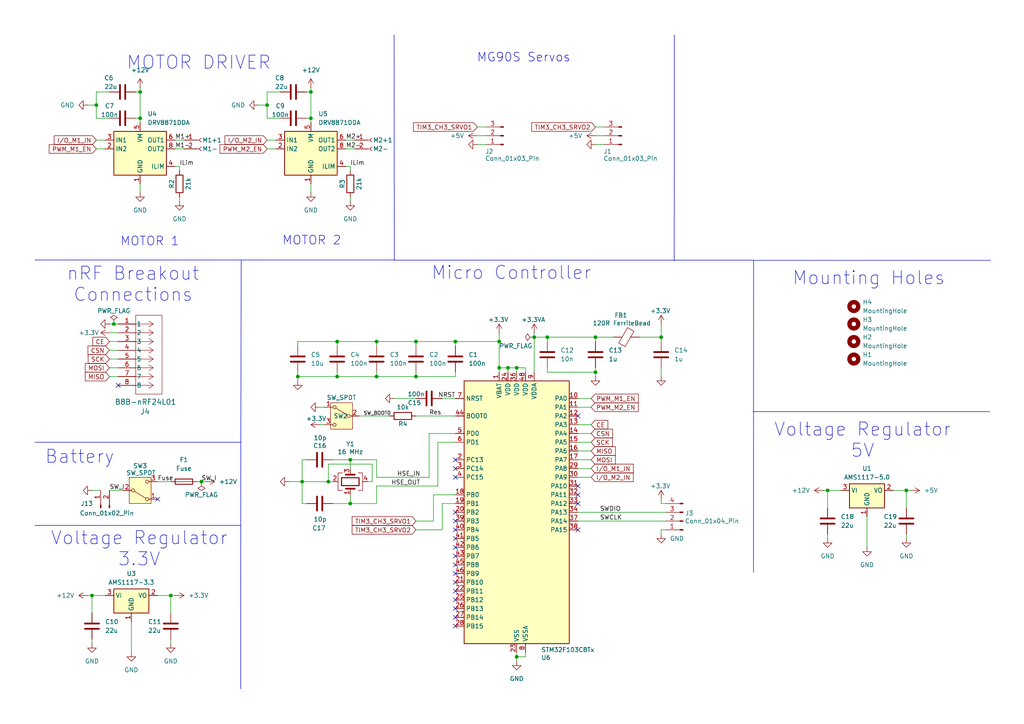
<source format=kicad_sch>
(kicad_sch (version 20250114) (generator "eeschema") (generator_version "9.0")
  (paper "A4")
  (title_block (title "STM Basic Main Controller PCB") (date "2025-08-14") (rev "0") (company "Braiden Anderson [RoboWrestling]"))
  (lib_symbols
    (symbol "+12V_1" (power) (pin_numbers (hide yes)) (pin_names (offset 0) (hide yes))
      (property "Value" "+12V" (at 0 3.556 0))
      (symbol "+12V_1_1_1"
        (pin power_in line (at 0 0 90) (length 0) (name "~") (number "1"))
      )
    )
    (symbol "B8B-PHDSS:B8B-PHDSSLFSN" (pin_names (offset 0.254))
      (property "Reference" "J" (at 8.89 6.35 0))
      (property "Value" "B8B-PHDSSLFSN" (at 0 0 0))
      (symbol "B8B-PHDSSLFSN_1_1"
        (pin unspecified line (at 0 0 0) (length 5.08) (name "1") (number "1"))
        (pin unspecified line (at 0 -2.54 0) (length 5.08) (name "2") (number "2"))
        (pin unspecified line (at 0 -5.08 0) (length 5.08) (name "3") (number "3"))
        (pin unspecified line (at 0 -7.62 0) (length 5.08) (name "4") (number "4"))
        (pin unspecified line (at 0 -10.16 0) (length 5.08) (name "5") (number "5"))
        (pin unspecified line (at 0 -12.7 0) (length 5.08) (name "6") (number "6"))
        (pin unspecified line (at 0 -15.24 0) (length 5.08) (name "7") (number "7"))
        (pin unspecified line (at 0 -17.78 0) (length 5.08) (name "8") (number "8"))
      )
      (symbol "B8B-PHDSSLFSN_1_2"
        (pin unspecified line (at 0 0 0) (length 5.08) (name "1") (number "1"))
        (pin unspecified line (at 0 -2.54 0) (length 5.08) (name "2") (number "2"))
        (pin unspecified line (at 0 -5.08 0) (length 5.08) (name "3") (number "3"))
        (pin unspecified line (at 0 -7.62 0) (length 5.08) (name "4") (number "4"))
        (pin unspecified line (at 0 -10.16 0) (length 5.08) (name "5") (number "5"))
        (pin unspecified line (at 0 -12.7 0) (length 5.08) (name "6") (number "6"))
        (pin unspecified line (at 0 -15.24 0) (length 5.08) (name "7") (number "7"))
        (pin unspecified line (at 0 -17.78 0) (length 5.08) (name "8") (number "8"))
      )
    )
    (symbol "Connector:Conn_01x02_Pin" (pin_names (offset 1.016) (hide yes))
      (property "Reference" "J" (at 0 2.54 0))
      (property "Value" "Conn_01x02_Pin" (at 0 -5.08 0))
      (symbol "Conn_01x02_Pin_1_1"
        (pin passive line (at 5.08 0 180) (length 3.81) (name "Pin_1") (number "1"))
        (pin passive line (at 5.08 -2.54 180) (length 3.81) (name "Pin_2") (number "2"))
      )
    )
    (symbol "Connector:Conn_01x02_Socket" (pin_names (offset 1.016) (hide yes))
      (property "Reference" "J" (at 0 2.54 0))
      (property "Value" "Conn_01x02_Socket" (at 0 -5.08 0))
      (symbol "Conn_01x02_Socket_1_1"
        (pin passive line (at -5.08 0 0) (length 3.81) (name "Pin_1") (number "1"))
        (pin passive line (at -5.08 -2.54 0) (length 3.81) (name "Pin_2") (number "2"))
      )
    )
    (symbol "Connector:Conn_01x03_Pin" (pin_names (offset 1.016) (hide yes))
      (property "Reference" "J" (at 0 5.08 0))
      (property "Value" "Conn_01x03_Pin" (at 0 -5.08 0))
      (symbol "Conn_01x03_Pin_1_1"
        (pin passive line (at 5.08 2.54 180) (length 3.81) (name "Pin_1") (number "1"))
        (pin passive line (at 5.08 0 180) (length 3.81) (name "Pin_2") (number "2"))
        (pin passive line (at 5.08 -2.54 180) (length 3.81) (name "Pin_3") (number "3"))
      )
    )
    (symbol "Connector:Conn_01x04_Pin" (pin_names (offset 1.016) (hide yes))
      (property "Reference" "J" (at 0 5.08 0))
      (property "Value" "Conn_01x04_Pin" (at 0 -7.62 0))
      (symbol "Conn_01x04_Pin_1_1"
        (pin passive line (at 5.08 2.54 180) (length 3.81) (name "Pin_1") (number "1"))
        (pin passive line (at 5.08 0 180) (length 3.81) (name "Pin_2") (number "2"))
        (pin passive line (at 5.08 -2.54 180) (length 3.81) (name "Pin_3") (number "3"))
        (pin passive line (at 5.08 -5.08 180) (length 3.81) (name "Pin_4") (number "4"))
      )
    )
    (symbol "Device:C" (pin_numbers (hide yes)) (pin_names (offset 0.254))
      (property "Reference" "C" (at 0.635 2.54 0))
      (property "Value" "C" (at 0.635 -2.54 0))
      (symbol "C_1_1"
        (pin passive line (at 0 3.81 270) (length 2.794) (name "~") (number "1"))
        (pin passive line (at 0 -3.81 90) (length 2.794) (name "~") (number "2"))
      )
    )
    (symbol "Device:Crystal_GND24" (pin_names (offset 1.016) (hide yes))
      (property "Reference" "Y" (at 3.175 5.08 0))
      (property "Value" "Crystal_GND24" (at 3.175 3.175 0))
      (symbol "Crystal_GND24_1_1"
        (pin passive line (at -3.81 0 0) (length 1.27) (name "1") (number "1"))
        (pin passive line (at 0 5.08 270) (length 1.27) (name "2") (number "2"))
        (pin passive line (at 0 -5.08 90) (length 1.27) (name "4") (number "4"))
        (pin passive line (at 3.81 0 180) (length 1.27) (name "3") (number "3"))
      )
    )
    (symbol "Device:FerriteBead" (pin_numbers (hide yes)) (pin_names (offset 0))
      (property "Reference" "FB" (at -3.81 0.635 90))
      (property "Value" "FerriteBead" (at 3.81 0 90))
      (symbol "FerriteBead_1_1"
        (pin passive line (at 0 3.81 270) (length 2.54) (name "~") (number "1"))
        (pin passive line (at 0 -3.81 90) (length 2.54) (name "~") (number "2"))
      )
    )
    (symbol "Device:Fuse" (pin_numbers (hide yes)) (pin_names (offset 0))
      (property "Reference" "F" (at 2.032 0 90))
      (property "Value" "Fuse" (at -1.905 0 90))
      (symbol "Fuse_1_1"
        (pin passive line (at 0 3.81 270) (length 1.27) (name "~") (number "1"))
        (pin passive line (at 0 -3.81 90) (length 1.27) (name "~") (number "2"))
      )
    )
    (symbol "Device:R" (pin_numbers (hide yes)) (pin_names (offset 0))
      (property "Reference" "R" (at 2.032 0 90))
      (property "Value" "R" (at 0 0 90))
      (symbol "R_1_1"
        (pin passive line (at 0 3.81 270) (length 1.27) (name "~") (number "1"))
        (pin passive line (at 0 -3.81 90) (length 1.27) (name "~") (number "2"))
      )
    )
    (symbol "Driver_Motor:DRV8871DDA"
      (property "Reference" "U" (at -6.35 6.35 0))
      (property "Value" "DRV8871DDA" (at 8.89 6.35 0))
      (symbol "DRV8871DDA_1_1"
        (pin input line (at -10.16 2.54 0) (length 2.54) (name "IN1") (number "3"))
        (pin input line (at -10.16 0 0) (length 2.54) (name "IN2") (number "2"))
        (pin power_in line (at 0 7.62 270) (length 2.54) (name "VM") (number "5"))
        (pin power_in line (at 0 -10.16 90) (length 2.54) (name "GND") (number "1"))
        (pin passive line (at 0 -10.16 90) (length 2.54) (hide yes) (name "GND") (number "7"))
        (pin passive line (at 0 -10.16 90) (length 2.54) (hide yes) (name "GND") (number "9"))
        (pin output line (at 10.16 2.54 180) (length 2.54) (name "OUT1") (number "6"))
        (pin output line (at 10.16 0 180) (length 2.54) (name "OUT2") (number "8"))
        (pin passive line (at 10.16 -5.08 180) (length 2.54) (name "ILIM") (number "4"))
      )
    )
    (symbol "MCU_ST_STM32F1:STM32F103C8Tx"
      (property "Reference" "U" (at -15.24 39.37 0))
      (property "Value" "STM32F103C8Tx" (at 7.62 39.37 0))
      (symbol "STM32F103C8Tx_1_1"
        (pin input line (at -17.78 33.02 0) (length 2.54) (name "NRST") (number "7"))
        (pin input line (at -17.78 27.94 0) (length 2.54) (name "BOOT0") (number "44"))
        (pin bidirectional line (at -17.78 22.86 0) (length 2.54) (name "PD0") (number "5"))
        (pin bidirectional line (at -17.78 20.32 0) (length 2.54) (name "PD1") (number "6"))
        (pin bidirectional line (at -17.78 15.24 0) (length 2.54) (name "PC13") (number "2"))
        (pin bidirectional line (at -17.78 12.7 0) (length 2.54) (name "PC14") (number "3"))
        (pin bidirectional line (at -17.78 10.16 0) (length 2.54) (name "PC15") (number "4"))
        (pin bidirectional line (at -17.78 5.08 0) (length 2.54) (name "PB0") (number "18"))
        (pin bidirectional line (at -17.78 2.54 0) (length 2.54) (name "PB1") (number "19"))
        (pin bidirectional line (at -17.78 0 0) (length 2.54) (name "PB2") (number "20"))
        (pin bidirectional line (at -17.78 -2.54 0) (length 2.54) (name "PB3") (number "39"))
        (pin bidirectional line (at -17.78 -5.08 0) (length 2.54) (name "PB4") (number "40"))
        (pin bidirectional line (at -17.78 -7.62 0) (length 2.54) (name "PB5") (number "41"))
        (pin bidirectional line (at -17.78 -10.16 0) (length 2.54) (name "PB6") (number "42"))
        (pin bidirectional line (at -17.78 -12.7 0) (length 2.54) (name "PB7") (number "43"))
        (pin bidirectional line (at -17.78 -15.24 0) (length 2.54) (name "PB8") (number "45"))
        (pin bidirectional line (at -17.78 -17.78 0) (length 2.54) (name "PB9") (number "46"))
        (pin bidirectional line (at -17.78 -20.32 0) (length 2.54) (name "PB10") (number "21"))
        (pin bidirectional line (at -17.78 -22.86 0) (length 2.54) (name "PB11") (number "22"))
        (pin bidirectional line (at -17.78 -25.4 0) (length 2.54) (name "PB12") (number "25"))
        (pin bidirectional line (at -17.78 -27.94 0) (length 2.54) (name "PB13") (number "26"))
        (pin bidirectional line (at -17.78 -30.48 0) (length 2.54) (name "PB14") (number "27"))
        (pin bidirectional line (at -17.78 -33.02 0) (length 2.54) (name "PB15") (number "28"))
        (pin power_in line (at -5.08 40.64 270) (length 2.54) (name "VBAT") (number "1"))
        (pin power_in line (at -2.54 40.64 270) (length 2.54) (name "VDD") (number "24"))
        (pin power_in line (at 0 40.64 270) (length 2.54) (name "VDD") (number "36"))
        (pin power_in line (at 0 -40.64 90) (length 2.54) (name "VSS") (number "23"))
        (pin passive line (at 0 -40.64 90) (length 2.54) (hide yes) (name "VSS") (number "35"))
        (pin passive line (at 0 -40.64 90) (length 2.54) (hide yes) (name "VSS") (number "47"))
        (pin power_in line (at 2.54 40.64 270) (length 2.54) (name "VDD") (number "48"))
        (pin power_in line (at 2.54 -40.64 90) (length 2.54) (name "VSSA") (number "8"))
        (pin power_in line (at 5.08 40.64 270) (length 2.54) (name "VDDA") (number "9"))
        (pin bidirectional line (at 17.78 33.02 180) (length 2.54) (name "PA0") (number "10"))
        (pin bidirectional line (at 17.78 30.48 180) (length 2.54) (name "PA1") (number "11"))
        (pin bidirectional line (at 17.78 27.94 180) (length 2.54) (name "PA2") (number "12"))
        (pin bidirectional line (at 17.78 25.4 180) (length 2.54) (name "PA3") (number "13"))
        (pin bidirectional line (at 17.78 22.86 180) (length 2.54) (name "PA4") (number "14"))
        (pin bidirectional line (at 17.78 20.32 180) (length 2.54) (name "PA5") (number "15"))
        (pin bidirectional line (at 17.78 17.78 180) (length 2.54) (name "PA6") (number "16"))
        (pin bidirectional line (at 17.78 15.24 180) (length 2.54) (name "PA7") (number "17"))
        (pin bidirectional line (at 17.78 12.7 180) (length 2.54) (name "PA8") (number "29"))
        (pin bidirectional line (at 17.78 10.16 180) (length 2.54) (name "PA9") (number "30"))
        (pin bidirectional line (at 17.78 7.62 180) (length 2.54) (name "PA10") (number "31"))
        (pin bidirectional line (at 17.78 5.08 180) (length 2.54) (name "PA11") (number "32"))
        (pin bidirectional line (at 17.78 2.54 180) (length 2.54) (name "PA12") (number "33"))
        (pin bidirectional line (at 17.78 0 180) (length 2.54) (name "PA13") (number "34"))
        (pin bidirectional line (at 17.78 -2.54 180) (length 2.54) (name "PA14") (number "37"))
        (pin bidirectional line (at 17.78 -5.08 180) (length 2.54) (name "PA15") (number "38"))
      )
    )
    (symbol "Mechanical:MountingHole" (pin_names (offset 1.016)) (in_bom no)
      (property "Reference" "H" (at 0 5.08 0))
      (property "Value" "MountingHole" (at 0 3.175 0))
    )
    (symbol "Regulator_Linear:AMS1117-3.3"
      (property "Reference" "U" (at -3.81 3.175 0))
      (property "Value" "AMS1117-3.3" (at 0 3.175 0))
      (symbol "AMS1117-3.3_1_1"
        (pin power_in line (at -7.62 0 0) (length 2.54) (name "VI") (number "3"))
        (pin power_in line (at 0 -7.62 90) (length 2.54) (name "GND") (number "1"))
        (pin power_out line (at 7.62 0 180) (length 2.54) (name "VO") (number "2"))
      )
    )
    (symbol "Regulator_Linear:AMS1117-5.0"
      (property "Reference" "U" (at -3.81 3.175 0))
      (property "Value" "AMS1117-5.0" (at 0 3.175 0))
      (symbol "AMS1117-5.0_1_1"
        (pin power_in line (at -7.62 0 0) (length 2.54) (name "VI") (number "3"))
        (pin power_in line (at 0 -7.62 90) (length 2.54) (name "GND") (number "1"))
        (pin power_out line (at 7.62 0 180) (length 2.54) (name "VO") (number "2"))
      )
    )
    (symbol "Switch:SW_SPDT" (pin_names (offset 0) (hide yes))
      (property "Reference" "SW" (at 0 5.08 0))
      (property "Value" "SW_SPDT" (at 0 -5.08 0))
      (symbol "SW_SPDT_1_1"
        (pin passive line (at -5.08 0 0) (length 2.54) (name "B") (number "2"))
        (pin passive line (at 5.08 2.54 180) (length 2.54) (name "A") (number "1"))
        (pin passive line (at 5.08 -2.54 180) (length 2.54) (name "C") (number "3"))
      )
    )
    (symbol "power:+3.3V" (power) (pin_numbers (hide yes)) (pin_names (offset 0) (hide yes))
      (property "Value" "+3.3V" (at 0 3.556 0))
      (symbol "+3.3V_1_1"
        (pin power_in line (at 0 0 90) (length 0) (name "~") (number "1"))
      )
    )
    (symbol "power:+3V3" (power) (pin_numbers (hide yes)) (pin_names (offset 0) (hide yes))
      (property "Value" "+3V3" (at 0 3.556 0))
      (symbol "+3V3_1_1"
        (pin power_in line (at 0 0 90) (length 0) (name "~") (number "1"))
      )
    )
    (symbol "power:GND" (power) (pin_numbers (hide yes)) (pin_names (offset 0) (hide yes))
      (property "Value" "GND" (at 0 -3.81 0))
      (symbol "GND_1_1"
        (pin power_in line (at 0 0 270) (length 0) (name "~") (number "1"))
      )
    )
    (symbol "power:PWR_FLAG" (power) (pin_numbers (hide yes)) (pin_names (offset 0) (hide yes))
      (property "Value" "PWR_FLAG" (at 0 3.81 0))
      (symbol "PWR_FLAG_0_0"
        (pin power_out line (at 0 0 90) (length 0) (name "~") (number "1"))
      )
    )
  )
  (text "MOTOR 1" (at 43.434 70.104 0) (effects (font (size 2.54 2.54))))
  (text "Battery" (at 23.114 132.588 0) (effects (font (size 3.81 3.81))))
  (text "Micro Controller" (at 148.336 79.248 0) (effects (font (size 3.81 3.81))))
  (text "Voltage Regulator\n3.3V" (at 40.386 159.258 0) (effects (font (size 3.81 3.81))))
  (text "MOTOR 2" (at 90.424 69.85 0) (effects (font (size 2.54 2.54))))
  (text "nRF Breakout\nConnections" (at 38.608 82.55 0) (effects (font (size 3.81 3.81))))
  (text "Mounting Holes" (at 251.968 80.772 0) (effects (font (size 3.81 3.81))))
  (text "Voltage Regulator\n5V" (at 250.19 127.762 0) (effects (font (size 3.81 3.81))))
  (text "MOTOR DRIVER" (at 57.658 18.288 0) (effects (font (size 3.81 3.81))))
  (text "MG90S Servos" (at 151.892 16.764 0) (effects (font (size 2.54 2.54))))
  (junction (at 154.94 97.79))
  (junction (at 90.17 26.67))
  (junction (at 49.53 172.72))
  (junction (at 158.75 97.79))
  (junction (at 101.6 146.05))
  (junction (at 40.64 26.67))
  (junction (at 87.63 139.7))
  (junction (at 101.6 133.35))
  (junction (at 90.17 34.29))
  (junction (at 120.65 109.22))
  (junction (at 109.22 109.22))
  (junction (at 33.02 93.98))
  (junction (at 172.72 97.79))
  (junction (at 97.79 109.22))
  (junction (at 109.22 99.06))
  (junction (at 144.78 99.06))
  (junction (at 120.65 99.06))
  (junction (at 77.47 30.48))
  (junction (at 149.86 106.68))
  (junction (at 149.86 190.5))
  (junction (at 27.94 30.48))
  (junction (at 86.36 109.22))
  (junction (at 240.03 142.24))
  (junction (at 147.32 106.68))
  (junction (at 95.25 139.7))
  (junction (at 191.77 97.79))
  (junction (at 26.67 172.72))
  (junction (at 97.79 99.06))
  (junction (at 262.89 142.24))
  (junction (at 144.78 106.68))
  (junction (at 58.42 139.7))
  (junction (at 172.72 107.95))
  (junction (at 132.08 99.06))
  (junction (at 40.64 34.29))
  (no_connect (at 132.08 181.61))
  (no_connect (at 132.08 148.59))
  (no_connect (at 132.08 133.35))
  (no_connect (at 132.08 163.83))
  (no_connect (at 132.08 153.67))
  (no_connect (at 132.08 156.21))
  (no_connect (at 167.64 140.97))
  (no_connect (at 132.08 166.37))
  (no_connect (at 132.08 151.13))
  (no_connect (at 167.64 153.67))
  (no_connect (at 132.08 173.99))
  (no_connect (at 45.72 144.78))
  (no_connect (at 34.29 111.76))
  (no_connect (at 132.08 158.75))
  (no_connect (at 132.08 135.89))
  (no_connect (at 167.64 143.51))
  (no_connect (at 167.64 120.65))
  (no_connect (at 132.08 179.07))
  (no_connect (at 132.08 161.29))
  (no_connect (at 132.08 176.53))
  (no_connect (at 132.08 138.43))
  (no_connect (at 132.08 171.45))
  (no_connect (at 167.64 146.05))
  (no_connect (at 132.08 168.91))
  (wire (pts (xy 97.79 109.22) (xy 86.36 109.22)))
  (wire (pts (xy 38.1 180.34) (xy 38.1 189.23)))
  (wire (pts (xy 109.22 109.22) (xy 97.79 109.22)))
  (wire (pts (xy 172.72 36.83) (xy 175.26 36.83)))
  (wire (pts (xy 185.42 97.79) (xy 191.77 97.79)))
  (wire (pts (xy 172.72 107.95) (xy 172.72 106.68)))
  (wire (pts (xy 167.64 135.89) (xy 171.45 135.89)))
  (wire (pts (xy 87.63 133.35) (xy 88.9 133.35)))
  (wire (pts (xy 144.78 106.68) (xy 147.32 106.68)))
  (wire (pts (xy 172.72 39.37) (xy 175.26 39.37)))
  (wire (pts (xy 125.73 151.13) (xy 120.65 151.13)))
  (wire (pts (xy 97.79 99.06) (xy 109.22 99.06)))
  (wire (pts (xy 120.65 99.06) (xy 132.08 99.06)))
  (wire (pts (xy 128.27 153.67) (xy 128.27 146.05)))
  (wire (pts (xy 240.03 142.24) (xy 240.03 147.32)))
  (wire (pts (xy 128.27 115.57) (xy 132.08 115.57)))
  (wire (pts (xy 31.75 109.22) (xy 34.29 109.22)))
  (wire (pts (xy 167.64 133.35) (xy 171.45 133.35)))
  (wire (pts (xy 191.77 97.79) (xy 191.77 99.06)))
  (wire (pts (xy 59.69 139.7) (xy 58.42 139.7)))
  (wire (pts (xy 26.67 172.72) (xy 30.48 172.72)))
  (wire (pts (xy 101.6 143.51) (xy 101.6 146.05)))
  (wire (pts (xy 49.53 172.72) (xy 49.53 177.8)))
  (wire (pts (xy 167.64 130.81) (xy 171.45 130.81)))
  (wire (pts (xy 109.22 133.35) (xy 101.6 133.35)))
  (wire (pts (xy 101.6 48.26) (xy 101.6 49.53)))
  (wire (pts (xy 147.32 106.68) (xy 149.86 106.68)))
  (wire (pts (xy 132.08 107.95) (xy 132.08 109.22)))
  (wire (pts (xy 132.08 120.65) (xy 120.65 120.65)))
  (polyline (pts (xy 114.3538 75.4577) (xy 218.5564 75.4577)))
  (wire (pts (xy 25.4 30.48) (xy 27.94 30.48)))
  (wire (pts (xy 33.02 93.98) (xy 34.29 93.98)))
  (wire (pts (xy 132.08 99.06) (xy 132.08 100.33)))
  (wire (pts (xy 113.03 120.65) (xy 104.14 120.65)))
  (wire (pts (xy 102.87 43.18) (xy 100.33 43.18)))
  (wire (pts (xy 149.86 106.68) (xy 152.4 106.68)))
  (wire (pts (xy 109.22 140.97) (xy 127 140.97)))
  (wire (pts (xy 50.8 48.26) (xy 52.07 48.26)))
  (wire (pts (xy 40.64 53.34) (xy 40.64 55.88)))
  (wire (pts (xy 191.77 93.98) (xy 191.77 97.79)))
  (wire (pts (xy 144.78 96.52) (xy 144.78 99.06)))
  (wire (pts (xy 49.53 139.7) (xy 45.72 139.7)))
  (wire (pts (xy 88.9 34.29) (xy 90.17 34.29)))
  (wire (pts (xy 50.8 172.72) (xy 49.53 172.72)))
  (wire (pts (xy 31.75 93.98) (xy 33.02 93.98)))
  (wire (pts (xy 147.32 106.68) (xy 147.32 107.95)))
  (wire (pts (xy 35.56 142.24) (xy 31.75 142.24)))
  (wire (pts (xy 172.72 107.95) (xy 172.72 109.22)))
  (wire (pts (xy 95.25 134.62) (xy 95.25 139.7)))
  (wire (pts (xy 107.95 139.7) (xy 106.68 139.7)))
  (wire (pts (xy 193.04 153.67) (xy 191.77 153.67)))
  (wire (pts (xy 158.75 107.95) (xy 172.72 107.95)))
  (wire (pts (xy 26.67 186.69) (xy 26.67 185.42)))
  (wire (pts (xy 40.64 34.29) (xy 40.64 35.56)))
  (wire (pts (xy 167.64 138.43) (xy 171.45 138.43)))
  (wire (pts (xy 191.77 106.68) (xy 191.77 109.22)))
  (wire (pts (xy 45.72 172.72) (xy 49.53 172.72)))
  (wire (pts (xy 172.72 97.79) (xy 177.8 97.79)))
  (wire (pts (xy 101.6 57.15) (xy 101.6 58.42)))
  (wire (pts (xy 52.07 48.26) (xy 52.07 49.53)))
  (wire (pts (xy 191.77 146.05) (xy 191.77 144.78)))
  (wire (pts (xy 152.4 190.5) (xy 149.86 190.5)))
  (wire (pts (xy 77.47 26.67) (xy 81.28 26.67)))
  (wire (pts (xy 109.22 99.06) (xy 120.65 99.06)))
  (wire (pts (xy 107.95 134.62) (xy 95.25 134.62)))
  (wire (pts (xy 96.52 146.05) (xy 101.6 146.05)))
  (wire (pts (xy 167.64 151.13) (xy 193.04 151.13)))
  (wire (pts (xy 191.77 153.67) (xy 191.77 154.94)))
  (wire (pts (xy 27.94 40.64) (xy 30.48 40.64)))
  (wire (pts (xy 125.73 143.51) (xy 125.73 151.13)))
  (wire (pts (xy 172.72 41.91) (xy 175.26 41.91)))
  (wire (pts (xy 88.9 26.67) (xy 90.17 26.67)))
  (wire (pts (xy 26.67 172.72) (xy 26.67 177.8)))
  (wire (pts (xy 152.4 106.68) (xy 152.4 107.95)))
  (polyline (pts (xy 218.7261 75.5117) (xy 287.3061 75.5117)))
  (wire (pts (xy 92.71 123.19) (xy 93.98 123.19)))
  (wire (pts (xy 128.27 146.05) (xy 132.08 146.05)))
  (wire (pts (xy 120.65 109.22) (xy 109.22 109.22)))
  (wire (pts (xy 132.08 125.73) (xy 124.46 125.73)))
  (wire (pts (xy 31.75 106.68) (xy 34.29 106.68)))
  (wire (pts (xy 138.43 36.83) (xy 140.97 36.83)))
  (wire (pts (xy 92.71 118.11) (xy 93.98 118.11)))
  (wire (pts (xy 172.72 97.79) (xy 158.75 97.79)))
  (wire (pts (xy 154.94 97.79) (xy 154.94 107.95)))
  (wire (pts (xy 120.65 153.67) (xy 128.27 153.67)))
  (wire (pts (xy 40.64 26.67) (xy 40.64 34.29)))
  (wire (pts (xy 172.72 99.06) (xy 172.72 97.79)))
  (wire (pts (xy 90.17 26.67) (xy 90.17 34.29)))
  (wire (pts (xy 39.37 34.29) (xy 40.64 34.29)))
  (wire (pts (xy 27.94 30.48) (xy 27.94 34.29)))
  (wire (pts (xy 158.75 106.68) (xy 158.75 107.95)))
  (wire (pts (xy 193.04 146.05) (xy 191.77 146.05)))
  (wire (pts (xy 26.67 142.24) (xy 29.21 142.24)))
  (wire (pts (xy 109.22 107.95) (xy 109.22 109.22)))
  (wire (pts (xy 96.52 133.35) (xy 101.6 133.35)))
  (wire (pts (xy 86.36 107.95) (xy 86.36 109.22)))
  (wire (pts (xy 86.36 100.33) (xy 86.36 99.06)))
  (wire (pts (xy 149.86 189.23) (xy 149.86 190.5)))
  (wire (pts (xy 262.89 142.24) (xy 262.89 147.32)))
  (wire (pts (xy 109.22 138.43) (xy 124.46 138.43)))
  (wire (pts (xy 97.79 107.95) (xy 97.79 109.22)))
  (wire (pts (xy 138.43 41.91) (xy 140.97 41.91)))
  (wire (pts (xy 87.63 146.05) (xy 88.9 146.05)))
  (wire (pts (xy 77.47 30.48) (xy 77.47 34.29)))
  (wire (pts (xy 262.89 156.21) (xy 262.89 154.94)))
  (wire (pts (xy 167.64 148.59) (xy 193.04 148.59)))
  (wire (pts (xy 52.07 57.15) (xy 52.07 58.42)))
  (wire (pts (xy 144.78 106.68) (xy 144.78 107.95)))
  (wire (pts (xy 87.63 139.7) (xy 95.25 139.7)))
  (wire (pts (xy 27.94 43.18) (xy 30.48 43.18)))
  (wire (pts (xy 158.75 97.79) (xy 158.75 99.06)))
  (wire (pts (xy 77.47 43.18) (xy 80.01 43.18)))
  (wire (pts (xy 149.86 190.5) (xy 149.86 191.77)))
  (wire (pts (xy 27.94 34.29) (xy 31.75 34.29)))
  (wire (pts (xy 25.4 172.72) (xy 26.67 172.72)))
  (wire (pts (xy 77.47 26.67) (xy 77.47 30.48)))
  (wire (pts (xy 53.34 43.18) (xy 50.8 43.18)))
  (wire (pts (xy 132.08 109.22) (xy 120.65 109.22)))
  (wire (pts (xy 107.95 139.7) (xy 107.95 134.62)))
  (wire (pts (xy 90.17 53.34) (xy 90.17 55.88)))
  (wire (pts (xy 120.65 107.95) (xy 120.65 109.22)))
  (wire (pts (xy 49.53 186.69) (xy 49.53 185.42)))
  (wire (pts (xy 132.08 143.51) (xy 125.73 143.51)))
  (wire (pts (xy 120.65 99.06) (xy 120.65 100.33)))
  (wire (pts (xy 86.36 109.22) (xy 86.36 110.49)))
  (wire (pts (xy 109.22 99.06) (xy 109.22 100.33)))
  (wire (pts (xy 77.47 40.64) (xy 80.01 40.64)))
  (wire (pts (xy 240.03 156.21) (xy 240.03 154.94)))
  (polyline (pts (xy 69.85 128.27) (xy 69.9545 75.5996)))
  (wire (pts (xy 152.4 189.23) (xy 152.4 190.5)))
  (wire (pts (xy 27.94 26.67) (xy 31.75 26.67)))
  (wire (pts (xy 39.37 26.67) (xy 40.64 26.67)))
  (wire (pts (xy 154.94 96.52) (xy 154.94 97.79)))
  (wire (pts (xy 240.03 142.24) (xy 243.84 142.24)))
  (wire (pts (xy 109.22 146.05) (xy 109.22 140.97)))
  (wire (pts (xy 90.17 25.4) (xy 90.17 26.67)))
  (wire (pts (xy 127 140.97) (xy 127 128.27)))
  (polyline (pts (xy 69.814 199.7826) (xy 69.85 128.27)))
  (wire (pts (xy 101.6 133.35) (xy 101.6 135.89)))
  (wire (pts (xy 58.42 139.7) (xy 57.15 139.7)))
  (wire (pts (xy 53.34 40.64) (xy 50.8 40.64)))
  (wire (pts (xy 90.17 34.29) (xy 90.17 35.56)))
  (wire (pts (xy 158.75 97.79) (xy 154.94 97.79)))
  (wire (pts (xy 259.08 142.24) (xy 262.89 142.24)))
  (wire (pts (xy 87.63 139.7) (xy 87.63 146.05)))
  (wire (pts (xy 264.16 142.24) (xy 262.89 142.24)))
  (polyline (pts (xy 218.44 119.38) (xy 287.02 119.38)))
  (wire (pts (xy 95.25 139.7) (xy 96.52 139.7)))
  (wire (pts (xy 97.79 99.06) (xy 97.79 100.33)))
  (polyline (pts (xy 114.3626 75.4031) (xy 114.3 10.16)))
  (wire (pts (xy 27.94 26.67) (xy 27.94 30.48)))
  (wire (pts (xy 101.6 146.05) (xy 109.22 146.05)))
  (wire (pts (xy 149.86 106.68) (xy 149.86 107.95)))
  (wire (pts (xy 251.46 149.86) (xy 251.46 158.75)))
  (wire (pts (xy 40.64 25.4) (xy 40.64 26.67)))
  (wire (pts (xy 124.46 125.73) (xy 124.46 138.43)))
  (wire (pts (xy 86.36 99.06) (xy 97.79 99.06)))
  (wire (pts (xy 87.63 133.35) (xy 87.63 139.7)))
  (polyline (pts (xy 10.16 128.27) (xy 69.85 128.27)))
  (wire (pts (xy 167.64 118.11) (xy 171.45 118.11)))
  (wire (pts (xy 100.33 48.26) (xy 101.6 48.26)))
  (wire (pts (xy 83.82 139.7) (xy 87.63 139.7)))
  (wire (pts (xy 114.3 115.57) (xy 120.65 115.57)))
  (wire (pts (xy 77.47 34.29) (xy 81.28 34.29)))
  (polyline (pts (xy 195.546 75.5741) (xy 195.58 10.16)))
  (polyline (pts (xy 10.16 152.4) (xy 69.85 152.4)))
  (wire (pts (xy 31.75 104.14) (xy 34.29 104.14)))
  (wire (pts (xy 31.75 96.52) (xy 34.29 96.52)))
  (wire (pts (xy 238.76 142.24) (xy 240.03 142.24)))
  (wire (pts (xy 109.22 138.43) (xy 109.22 133.35)))
  (wire (pts (xy 167.64 115.57) (xy 171.45 115.57)))
  (wire (pts (xy 102.87 40.64) (xy 100.33 40.64)))
  (wire (pts (xy 167.64 125.73) (xy 171.45 125.73)))
  (wire (pts (xy 127 128.27) (xy 132.08 128.27)))
  (wire (pts (xy 144.78 99.06) (xy 144.78 106.68)))
  (wire (pts (xy 167.64 123.19) (xy 171.45 123.19)))
  (wire (pts (xy 138.43 39.37) (xy 140.97 39.37)))
  (wire (pts (xy 132.08 99.06) (xy 144.78 99.06)))
  (wire (pts (xy 31.75 101.6) (xy 34.29 101.6)))
  (polyline (pts (xy 218.5435 165.9764) (xy 218.5651 75.4895)))
  (polyline (pts (xy 10.16 75.4031) (xy 114.3626 75.4031)))
  (wire (pts (xy 74.93 30.48) (xy 77.47 30.48)))
  (wire (pts (xy 31.75 99.06) (xy 34.29 99.06)))
  (wire (pts (xy 167.64 128.27) (xy 171.45 128.27)))
  (label "M1-" (at 50.8 43.18 0))
  (label "HSE_IN" (at 121.92 138.43 180))
  (label "NRST" (at 132.08 115.57 180))
  (label "SW_BOOT0" (at 105.41 120.65 0) (effects (font (size 1.016 1.016))))
  (label "M1+" (at 50.8 40.64 0))
  (label "HSE_OUT" (at 121.92 140.97 180))
  (label "SWCLK" (at 173.99 151.13 0))
  (label "Res" (at 124.46 120.65 0))
  (label "M2-" (at 100.33 43.18 0))
  (label "SWDIO" (at 173.99 148.59 0))
  (label "Fuse" (at 45.72 139.7 0))
  (label "ILim" (at 101.6 48.26 0))
  (label "SW_I" (at 31.75 142.24 0))
  (label "SW_I" (at 58.42 139.7 0))
  (label "ILim" (at 52.07 48.26 0))
  (label "M2+" (at 100.33 40.64 0))
  (global_label "MOSI" (shape input) (at 31.75 106.68 180) (property "Intersheetrefs" "${INTERSHEET_REFS}" (effects (hide yes))))
  (global_label "CE" (shape input) (at 31.75 99.06 180) (property "Intersheetrefs" "${INTERSHEET_REFS}" (effects (hide yes))))
  (global_label "MISO" (shape input) (at 171.45 130.81 0) (property "Intersheetrefs" "${INTERSHEET_REFS}" (effects (hide yes))))
  (global_label "PWM_M1_EN" (shape input) (at 27.94 43.18 180) (property "Intersheetrefs" "${INTERSHEET_REFS}" (effects (hide yes))))
  (global_label "MOSI" (shape input) (at 171.45 133.35 0) (property "Intersheetrefs" "${INTERSHEET_REFS}" (effects (hide yes))))
  (global_label "TIM3_CH3_SRVO1" (shape input) (at 120.65 151.13 180) (property "Intersheetrefs" "${INTERSHEET_REFS}" (effects (hide yes))))
  (global_label "MISO" (shape input) (at 31.75 109.22 180) (property "Intersheetrefs" "${INTERSHEET_REFS}" (effects (hide yes))))
  (global_label "I{slash}O_M1_IN" (shape input) (at 27.94 40.64 180) (property "Intersheetrefs" "${INTERSHEET_REFS}" (effects (hide yes))))
  (global_label "I{slash}O_M1_IN" (shape input) (at 171.45 135.89 0) (property "Intersheetrefs" "${INTERSHEET_REFS}" (effects (hide yes))))
  (global_label "TIM3_CH3_SRVO2" (shape input) (at 172.72 36.83 180) (property "Intersheetrefs" "${INTERSHEET_REFS}" (effects (hide yes))))
  (global_label "PWM_M1_EN" (shape input) (at 171.45 115.57 0) (property "Intersheetrefs" "${INTERSHEET_REFS}" (effects (hide yes))))
  (global_label "CE" (shape input) (at 171.45 123.19 0) (property "Intersheetrefs" "${INTERSHEET_REFS}" (effects (hide yes))))
  (global_label "SCK" (shape input) (at 171.45 128.27 0) (property "Intersheetrefs" "${INTERSHEET_REFS}" (effects (hide yes))))
  (global_label "CSN" (shape input) (at 31.75 101.6 180) (property "Intersheetrefs" "${INTERSHEET_REFS}" (effects (hide yes))))
  (global_label "TIM3_CH3_SRVO1" (shape input) (at 138.43 36.83 180) (property "Intersheetrefs" "${INTERSHEET_REFS}" (effects (hide yes))))
  (global_label "I{slash}O_M2_IN" (shape input) (at 171.45 138.43 0) (property "Intersheetrefs" "${INTERSHEET_REFS}" (effects (hide yes))))
  (global_label "PWM_M2_EN" (shape input) (at 77.47 43.18 180) (property "Intersheetrefs" "${INTERSHEET_REFS}" (effects (hide yes))))
  (global_label "TIM3_CH3_SRVO2" (shape input) (at 120.65 153.67 180) (property "Intersheetrefs" "${INTERSHEET_REFS}" (effects (hide yes))))
  (global_label "SCK" (shape input) (at 31.75 104.14 180) (property "Intersheetrefs" "${INTERSHEET_REFS}" (effects (hide yes))))
  (global_label "I{slash}O_M2_IN" (shape input) (at 77.47 40.64 180) (property "Intersheetrefs" "${INTERSHEET_REFS}" (effects (hide yes))))
  (global_label "PWM_M2_EN" (shape input) (at 171.45 118.11 0) (property "Intersheetrefs" "${INTERSHEET_REFS}" (effects (hide yes))))
  (global_label "CSN" (shape input) (at 171.45 125.73 0) (property "Intersheetrefs" "${INTERSHEET_REFS}" (effects (hide yes))))
  (symbol (lib_id "Device:C") (at 86.36 104.14 0) (unit 1)
    (property "Reference" "C5" (at 90.17 102.8699 0) (effects (justify left)))
    (property "Value" "10u" (at 90.17 105.4099 0) (effects (justify left)))
    (property "Footprint" "Capacitor_SMD:C_0603_1608Metric" (effects (hide yes)))
    (property "Description" "Unpolarized capacitor" (effects (hide yes)))
  )
  (symbol (lib_id "Device:Fuse") (at 53.34 139.7 90) (unit 1)
    (property "Reference" "F1" (at 53.34 133.35 90))
    (property "Value" "Fuse" (at 53.34 135.89 90))
    (property "Footprint" "Fuse:Fuse_0603_1608Metric" (effects (hide yes)))
    (property "Description" "Fuse" (effects (hide yes)))
  )
  (symbol (lib_id "power:+3.3V") (at 191.77 93.98 0) (unit 1)
    (property "Reference" "#PWR028" (effects (hide yes)))
    (property "Value" "+3.3V" (at 191.516 90.17 0))
    (property "Description" "Power symbol creates a global label with name \"+3.3V\"" (effects (hide yes)))
  )
  (symbol (lib_id "power:PWR_FLAG") (at 154.94 97.79 90) (unit 1)
    (property "Reference" "#FLG02" (effects (hide yes)))
    (property "Value" "PWR_FLAG" (at 154.432 100.33 90) (effects (justify left)))
    (property "Description" "Special symbol for telling ERC where power comes from" (effects (hide yes)))
  )
  (symbol (lib_id "Connector:Conn_01x02_Pin") (at 29.21 147.32 90) (unit 1)
    (property "Reference" "J13" (at 23.368 146.05 90) (effects (justify right)))
    (property "Value" "Conn_01x02_Pin" (at 23.114 148.844 90) (effects (justify right)))
    (property "Footprint" "Connector_AMASS:AMASS_XT30U-F_1x02_P5.0mm_Vertical" (effects (hide yes)))
    (property "Description" "Generic connector, single row, 01x02, script generated" (effects (hide yes)))
  )
  (symbol (lib_id "B8B-PHDSS:B8B-PHDSSLFSN") (at 34.29 93.98 0) (unit 1)
    (property "Reference" "J4" (at 40.64 119.38 0) (effects (font (size 1.524 1.524)) (justify left)))
    (property "Value" "B8B-nRF24L01" (at 33.274 116.586 0) (effects (font (size 1.524 1.524)) (justify left)))
    (property "Footprint" "JSTConnectors:CONN_B8B-PHDSS_JST" (effects (hide yes)))
    (property "Datasheet" "B8B-PHDSSLFSN" (effects (hide yes)))
  )
  (symbol (lib_id "power:GND") (at 191.77 154.94 0) (unit 1)
    (property "Reference" "#PWR035" (effects (hide yes)))
    (property "Value" "GND" (at 194.31 156.2099 0) (effects (justify left)))
    (property "Description" "Power symbol creates a global label with name \"GND\" , ground" (effects (hide yes)))
  )
  (symbol (lib_id "power:GND") (at 149.86 191.77 0) (unit 1)
    (property "Reference" "#PWR013" (effects (hide yes)))
    (property "Value" "GND" (at 149.86 196.85 0))
    (property "Description" "Power symbol creates a global label with name \"GND\" , ground" (effects (hide yes)))
  )
  (symbol (lib_id "power:+3.3V") (at 92.71 123.19 90) (unit 1)
    (property "Reference" "#PWR012" (effects (hide yes)))
    (property "Value" "+3.3V" (at 91.694 121.412 90))
    (property "Description" "Power symbol creates a global label with name \"+3.3V\"" (effects (hide yes)))
  )
  (symbol (lib_id "power:PWR_FLAG") (at 58.42 139.7 180) (unit 1)
    (property "Reference" "#FLG01" (effects (hide yes)))
    (property "Value" "PWR_FLAG" (at 58.42 143.51 0))
    (property "Description" "Special symbol for telling ERC where power comes from" (effects (hide yes)))
  )
  (symbol (lib_id "Device:C") (at 240.03 151.13 0) (unit 1)
    (property "Reference" "C18" (at 243.84 149.8599 0) (effects (justify left)))
    (property "Value" "22u" (at 243.84 152.3999 0) (effects (justify left)))
    (property "Footprint" "Capacitor_SMD:C_0603_1608Metric" (effects (hide yes)))
    (property "Description" "Unpolarized capacitor" (effects (hide yes)))
  )
  (symbol (lib_id "Device:R") (at 116.84 120.65 90) (mirror x) (unit 1)
    (property "Reference" "R4" (at 116.84 122.936 90))
    (property "Value" "10k" (at 116.84 118.11 90))
    (property "Footprint" "Resistor_SMD:R_0603_1608Metric" (effects (hide yes)))
    (property "Description" "Resistor" (effects (hide yes)))
  )
  (symbol (lib_id "power:GND") (at 114.3 115.57 270) (unit 1)
    (property "Reference" "#PWR014" (effects (hide yes)))
    (property "Value" "GND" (effects (hide yes)))
    (property "Description" "Power symbol creates a global label with name \"GND\" , ground" (effects (hide yes)))
  )
  (symbol (lib_id "Device:C") (at 92.71 133.35 90) (unit 1)
    (property "Reference" "C16" (at 94.742 129.286 90) (effects (justify left)))
    (property "Value" "10p" (at 94.742 127 90) (effects (justify left)))
    (property "Footprint" "Capacitor_SMD:C_0402_1005Metric" (effects (hide yes)))
    (property "Description" "Unpolarized capacitor" (effects (hide yes)))
  )
  (symbol (lib_name "+12V_1") (lib_id "power:+12V") (at 59.69 139.7 270) (unit 1)
    (property "Reference" "#PWR021" (effects (hide yes)))
    (property "Value" "+12V" (at 63.5 139.6999 90) (effects (justify left)))
    (property "Description" "Power symbol creates a global label with name \"+12V\"" (effects (hide yes)))
  )
  (symbol (lib_name "+12V_1") (lib_id "power:+12V") (at 40.64 25.4 0) (unit 1)
    (property "Reference" "#PWR05" (effects (hide yes)))
    (property "Value" "+12V" (at 40.64 20.32 0))
    (property "Description" "Power symbol creates a global label with name \"+12V\"" (effects (hide yes)))
  )
  (symbol (lib_id "power:GND") (at 40.64 55.88 0) (unit 1)
    (property "Reference" "#PWR04" (effects (hide yes)))
    (property "Value" "GND" (at 40.64 60.96 0))
    (property "Description" "Power symbol creates a global label with name \"GND\" , ground" (effects (hide yes)))
  )
  (symbol (lib_id "power:GND") (at 92.71 118.11 270) (unit 1)
    (property "Reference" "#PWR08" (effects (hide yes)))
    (property "Value" "GND" (effects (hide yes)))
    (property "Description" "Power symbol creates a global label with name \"GND\" , ground" (effects (hide yes)))
  )
  (symbol (lib_id "Mechanical:MountingHole") (at 247.65 93.98 0) (unit 1) (in_bom no)
    (property "Reference" "H3" (at 250.19 92.7099 0) (effects (justify left)))
    (property "Value" "MountingHole" (at 250.19 95.2499 0) (effects (justify left)))
    (property "Footprint" "MountingHole:MountingHole_3mm" (effects (hide yes)))
    (property "Description" "Mounting Hole without connection" (effects (hide yes)))
  )
  (symbol (lib_id "power:PWR_FLAG") (at 33.02 93.98 0) (unit 1)
    (property "Reference" "#FLG03" (effects (hide yes)))
    (property "Value" "PWR_FLAG" (at 33.02 90.17 0))
    (property "Description" "Special symbol for telling ERC where power comes from" (effects (hide yes)))
  )
  (symbol (lib_id "power:GND") (at 191.77 109.22 0) (unit 1)
    (property "Reference" "#PWR029" (effects (hide yes)))
    (property "Value" "GND" (effects (hide yes)))
    (property "Description" "Power symbol creates a global label with name \"GND\" , ground" (effects (hide yes)))
  )
  (symbol (lib_id "power:GND") (at 52.07 58.42 0) (unit 1)
    (property "Reference" "#PWR018" (effects (hide yes)))
    (property "Value" "GND" (at 52.07 63.5 0))
    (property "Description" "Power symbol creates a global label with name \"GND\" , ground" (effects (hide yes)))
  )
  (symbol (lib_id "power:GND") (at 90.17 55.88 0) (unit 1)
    (property "Reference" "#PWR07" (effects (hide yes)))
    (property "Value" "GND" (at 90.17 60.96 0))
    (property "Description" "Power symbol creates a global label with name \"GND\" , ground" (effects (hide yes)))
  )
  (symbol (lib_id "Device:R") (at 52.07 53.34 180) (unit 1)
    (property "Reference" "R2" (at 49.784 53.34 90))
    (property "Value" "21k" (at 54.61 53.34 90))
    (property "Footprint" "Resistor_SMD:R_0603_1608Metric" (effects (hide yes)))
    (property "Description" "Resistor" (effects (hide yes)))
  )
  (symbol (lib_id "Mechanical:MountingHole") (at 247.65 99.06 0) (unit 1) (in_bom no)
    (property "Reference" "H2" (at 250.19 97.7899 0) (effects (justify left)))
    (property "Value" "MountingHole" (at 250.19 100.3299 0) (effects (justify left)))
    (property "Footprint" "MountingHole:MountingHole_3mm" (effects (hide yes)))
    (property "Description" "Mounting Hole without connection" (effects (hide yes)))
  )
  (symbol (lib_name "+12V_1") (lib_id "power:+12V") (at 31.75 96.52 90) (unit 1)
    (property "Reference" "#PWR01" (effects (hide yes)))
    (property "Value" "+3.3V" (at 28.702 96.52 90) (effects (justify left)))
    (property "Description" "Power symbol creates a global label with name \"+12V\"" (effects (hide yes)))
  )
  (symbol (lib_id "power:+3V3") (at 50.8 172.72 270) (unit 1)
    (property "Reference" "#PWR017" (effects (hide yes)))
    (property "Value" "+3.3V" (at 54.61 172.7199 90) (effects (justify left)))
    (property "Description" "Power symbol creates a global label with name \"+3V3\"" (effects (hide yes)))
  )
  (symbol (lib_id "Connector:Conn_01x04_Pin") (at 198.12 151.13 180) (unit 1)
    (property "Reference" "J3" (at 199.898 148.844 0))
    (property "Value" "Conn_01x04_Pin" (at 206.502 151.13 0))
    (property "Footprint" "Connector_JST:JST_XH_B4B-XH-A_1x04_P2.50mm_Vertical" (effects (hide yes)))
    (property "Description" "Generic connector, single row, 01x04, script generated" (effects (hide yes)))
  )
  (symbol (lib_id "power:GND") (at 38.1 189.23 0) (unit 1)
    (property "Reference" "#PWR015" (effects (hide yes)))
    (property "Value" "GND" (at 38.1 194.31 0))
    (property "Description" "Power symbol creates a global label with name \"GND\" , ground" (effects (hide yes)))
  )
  (symbol (lib_id "power:GND") (at 251.46 158.75 0) (unit 1)
    (property "Reference" "#PWR026" (effects (hide yes)))
    (property "Value" "GND" (at 251.46 163.83 0))
    (property "Description" "Power symbol creates a global label with name \"GND\" , ground" (effects (hide yes)))
  )
  (symbol (lib_id "MCU_ST_STM32F1:STM32F103C8Tx") (at 149.86 148.59 0) (unit 1)
    (property "Reference" "U6" (at 156.972 190.754 0) (effects (justify left)))
    (property "Value" "STM32F103C8Tx" (at 156.972 188.468 0) (effects (justify left)))
    (property "Footprint" "Package_QFP:LQFP-48_7x7mm_P0.5mm" (effects (hide yes)))
    (property "Datasheet" "https://www.st.com/resource/en/datasheet/stm32f103c8.pdf" (effects (hide yes)))
    (property "Description" "STMicroelectronics Arm Cortex-M3 MCU, 64KB flash, 20KB RAM, 72 MHz, 2.0-3.6V, 37 GPIO, LQFP48" (effects (hide yes)))
  )
  (symbol (lib_id "power:GND") (at 262.89 156.21 0) (unit 1)
    (property "Reference" "#PWR030" (effects (hide yes)))
    (property "Value" "GND" (at 262.89 161.29 0))
    (property "Description" "Power symbol creates a global label with name \"GND\" , ground" (effects (hide yes)))
  )
  (symbol (lib_id "power:+3.3V") (at 191.77 144.78 0) (unit 1)
    (property "Reference" "#PWR034" (effects (hide yes)))
    (property "Value" "+3.3V" (at 191.516 140.97 0))
    (property "Description" "Power symbol creates a global label with name \"+3.3V\"" (effects (hide yes)))
  )
  (symbol (lib_id "power:+3.3V") (at 154.94 96.52 0) (unit 1)
    (property "Reference" "#PWR09" (effects (hide yes)))
    (property "Value" "+3.3VA" (at 154.686 92.71 0))
    (property "Description" "Power symbol creates a global label with name \"+3.3V\"" (effects (hide yes)))
  )
  (symbol (lib_id "Mechanical:MountingHole") (at 247.65 88.9 0) (unit 1) (in_bom no)
    (property "Reference" "H4" (at 250.19 87.6299 0) (effects (justify left)))
    (property "Value" "MountingHole" (at 250.19 90.1699 0) (effects (justify left)))
    (property "Footprint" "MountingHole:MountingHole_3mm" (effects (hide yes)))
    (property "Description" "Mounting Hole without connection" (effects (hide yes)))
  )
  (symbol (lib_id "Device:C") (at 132.08 104.14 0) (unit 1)
    (property "Reference" "C1" (at 135.89 102.8699 0) (effects (justify left)))
    (property "Value" "100n" (at 135.89 105.4099 0) (effects (justify left)))
    (property "Footprint" "Capacitor_SMD:C_0603_1608Metric" (effects (hide yes)))
    (property "Description" "Unpolarized capacitor" (effects (hide yes)))
  )
  (symbol (lib_id "Device:C") (at 109.22 104.14 0) (unit 1)
    (property "Reference" "C3" (at 113.03 102.8699 0) (effects (justify left)))
    (property "Value" "100n" (at 113.03 105.4099 0) (effects (justify left)))
    (property "Footprint" "Capacitor_SMD:C_0603_1608Metric" (effects (hide yes)))
    (property "Description" "Unpolarized capacitor" (effects (hide yes)))
  )
  (symbol (lib_id "Device:C") (at 172.72 102.87 0) (unit 1)
    (property "Reference" "C13" (at 176.53 101.5999 0) (effects (justify left)))
    (property "Value" "1u" (at 176.53 104.1399 0) (effects (justify left)))
    (property "Footprint" "Capacitor_SMD:C_0603_1608Metric" (effects (hide yes)))
    (property "Description" "Unpolarized capacitor" (effects (hide yes)))
  )
  (symbol (lib_id "Device:FerriteBead") (at 181.61 97.79 270) (unit 1)
    (property "Reference" "FB1" (at 180.086 91.44 90))
    (property "Value" "120R FerriteBead" (at 180.34 93.726 90))
    (property "Footprint" "Zesti:BEADC1608X95N" (effects (hide yes)))
    (property "Description" "Ferrite bead" (effects (hide yes)))
  )
  (symbol (lib_id "Device:R") (at 101.6 53.34 180) (unit 1)
    (property "Reference" "R3" (at 99.314 53.34 90))
    (property "Value" "21k" (at 104.14 53.34 90))
    (property "Footprint" "Resistor_SMD:R_0603_1608Metric" (effects (hide yes)))
    (property "Description" "Resistor" (effects (hide yes)))
  )
  (symbol (lib_name "+12V_1") (lib_id "power:+12V") (at 25.4 172.72 90) (unit 1)
    (property "Reference" "#PWR022" (effects (hide yes)))
    (property "Value" "+12V" (at 21.59 172.7199 90) (effects (justify left)))
    (property "Description" "Power symbol creates a global label with name \"+12V\"" (effects (hide yes)))
  )
  (symbol (lib_id "Driver_Motor:DRV8871DDA") (at 90.17 43.18 0) (unit 1)
    (property "Reference" "U5" (at 92.3133 33.02 0) (effects (justify left)))
    (property "Value" "DRV8871DDA" (at 92.3133 35.56 0) (effects (justify left)))
    (property "Footprint" "Package_SO:Texas_HTSOP-8-1EP_3.9x4.9mm_P1.27mm_EP2.95x4.9mm_Mask2.4x3.1mm_ThermalVias" (effects (hide yes)))
    (property "Datasheet" "http://www.ti.com/lit/ds/symlink/drv8871.pdf" (effects (hide yes)))
    (property "Description" "Brushed DC Motor Driver, PWM Control, 45V, 3.6A, Current limiting, HTSOP-8" (effects (hide yes)))
  )
  (symbol (lib_id "Device:C") (at 120.65 104.14 0) (unit 1)
    (property "Reference" "C2" (at 124.46 102.8699 0) (effects (justify left)))
    (property "Value" "100n" (at 124.46 105.4099 0) (effects (justify left)))
    (property "Footprint" "Capacitor_SMD:C_0603_1608Metric" (effects (hide yes)))
    (property "Description" "Unpolarized capacitor" (effects (hide yes)))
  )
  (symbol (lib_id "Device:C") (at 158.75 102.87 0) (unit 1)
    (property "Reference" "C12" (at 162.56 101.5999 0) (effects (justify left)))
    (property "Value" "10n" (at 162.56 104.1399 0) (effects (justify left)))
    (property "Footprint" "Capacitor_SMD:C_0603_1608Metric" (effects (hide yes)))
    (property "Description" "Unpolarized capacitor" (effects (hide yes)))
  )
  (symbol (lib_id "Connector:Conn_01x02_Socket") (at 58.42 40.64 0) (unit 1)
    (property "Reference" "M1+1" (at 58.674 40.64 0) (effects (justify left)))
    (property "Value" "M1-" (at 58.674 43.18 0) (effects (justify left)))
    (property "Footprint" "Connector_JST:JST_XH_B2B-XH-A_1x02_P2.50mm_Vertical" (effects (hide yes)))
  )
  (symbol (lib_id "Connector:Conn_01x03_Pin") (at 146.05 39.37 180) (unit 1)
    (property "Reference" "J2" (at 140.716 43.942 0) (effects (justify right)))
    (property "Value" "Conn_01x03_Pin" (at 140.716 45.974 0) (effects (justify right)))
    (property "Footprint" "Connector_JST:JST_XH_B3B-XH-A_1x03_P2.50mm_Vertical" (effects (hide yes)))
    (property "Description" "Generic connector, single row, 01x03, script generated" (effects (hide yes)))
  )
  (symbol (lib_id "power:GND") (at 101.6 58.42 0) (unit 1)
    (property "Reference" "#PWR019" (effects (hide yes)))
    (property "Value" "GND" (at 101.6 63.5 0))
    (property "Description" "Power symbol creates a global label with name \"GND\" , ground" (effects (hide yes)))
  )
  (symbol (lib_id "power:GND") (at 138.43 41.91 270) (unit 1)
    (property "Reference" "#PWR037" (effects (hide yes)))
    (property "Value" "GND" (effects (hide yes)))
    (property "Description" "Power symbol creates a global label with name \"GND\" , ground" (effects (hide yes)))
  )
  (symbol (lib_id "power:+3V3") (at 138.43 39.37 90) (unit 1)
    (property "Reference" "#PWR032" (effects (hide yes)))
    (property "Value" "+5V" (at 134.62 39.3699 90) (effects (justify left)))
    (property "Description" "Power symbol creates a global label with name \"+3V3\"" (effects (hide yes)))
  )
  (symbol (lib_id "Device:Crystal_GND24") (at 101.6 139.7 90) (unit 1)
    (property "Reference" "Y1" (at 101.6 128.778 90))
    (property "Value" "16 MHz" (at 101.6 131.064 90))
    (property "Footprint" "Zesti:XTAL_ABM10AIG-16.000MHZ-4Z-T3" (effects (hide yes)))
    (property "Description" "Four pin crystal, GND on pins 2 and 4" (effects (hide yes)))
  )
  (symbol (lib_id "Mechanical:MountingHole") (at 247.65 104.14 0) (unit 1) (in_bom no)
    (property "Reference" "H1" (at 250.19 102.8699 0) (effects (justify left)))
    (property "Value" "MountingHole" (at 250.19 105.4099 0) (effects (justify left)))
    (property "Footprint" "MountingHole:MountingHole_3mm" (effects (hide yes)))
    (property "Description" "Mounting Hole without connection" (effects (hide yes)))
  )
  (symbol (lib_id "Device:C") (at 92.71 146.05 90) (unit 1)
    (property "Reference" "C17" (at 94.488 153.162 90) (effects (justify left)))
    (property "Value" "10p" (at 94.742 150.622 90) (effects (justify left)))
    (property "Footprint" "Capacitor_SMD:C_0402_1005Metric" (effects (hide yes)))
    (property "Description" "Unpolarized capacitor" (effects (hide yes)))
  )
  (symbol (lib_id "Switch:SW_SPDT") (at 99.06 120.65 0) (mirror y) (unit 1)
    (property "Reference" "SW2" (at 98.806 120.65 0))
    (property "Value" "SW_SPDT" (at 99.06 115.316 0))
    (property "Footprint" "Zesti:SPDT_OS102011_CNK" (effects (hide yes)))
    (property "Description" "Switch, single pole double throw" (effects (hide yes)))
  )
  (symbol (lib_id "power:GND") (at 172.72 41.91 270) (unit 1)
    (property "Reference" "#PWR038" (effects (hide yes)))
    (property "Value" "GND" (effects (hide yes)))
    (property "Description" "Power symbol creates a global label with name \"GND\" , ground" (effects (hide yes)))
  )
  (symbol (lib_id "power:GND") (at 83.82 139.7 270) (unit 1)
    (property "Reference" "#PWR036" (effects (hide yes)))
    (property "Value" "GND" (effects (hide yes)))
    (property "Description" "Power symbol creates a global label with name \"GND\" , ground" (effects (hide yes)))
  )
  (symbol (lib_id "Device:C") (at 97.79 104.14 0) (unit 1)
    (property "Reference" "C4" (at 101.6 102.8699 0) (effects (justify left)))
    (property "Value" "100n" (at 101.6 105.4099 0) (effects (justify left)))
    (property "Footprint" "Capacitor_SMD:C_0603_1608Metric" (effects (hide yes)))
    (property "Description" "Unpolarized capacitor" (effects (hide yes)))
  )
  (symbol (lib_name "+12V_1") (lib_id "power:+12V") (at 90.17 25.4 0) (unit 1)
    (property "Reference" "#PWR016" (effects (hide yes)))
    (property "Value" "+12V" (at 90.17 20.32 0))
    (property "Description" "Power symbol creates a global label with name \"+12V\"" (effects (hide yes)))
  )
  (symbol (lib_id "power:GND") (at 26.67 186.69 0) (unit 1)
    (property "Reference" "#PWR023" (effects (hide yes)))
    (property "Value" "GND" (at 26.67 191.77 0))
    (property "Description" "Power symbol creates a global label with name \"GND\" , ground" (effects (hide yes)))
  )
  (symbol (lib_id "Connector:Conn_01x03_Pin") (at 180.34 39.37 180) (unit 1)
    (property "Reference" "J1" (at 175.006 43.942 0) (effects (justify right)))
    (property "Value" "Conn_01x03_Pin" (at 175.006 45.974 0) (effects (justify right)))
    (property "Footprint" "Connector_JST:JST_XH_B3B-XH-A_1x03_P2.50mm_Vertical" (effects (hide yes)))
    (property "Description" "Generic connector, single row, 01x03, script generated" (effects (hide yes)))
  )
  (symbol (lib_id "Device:C") (at 85.09 34.29 90) (unit 1)
    (property "Reference" "C9" (at 81.28 30.734 90))
    (property "Value" "100n" (at 81.28 33.274 90))
    (property "Footprint" "Capacitor_SMD:C_0603_1608Metric" (effects (hide yes)))
    (property "Description" "Unpolarized capacitor" (effects (hide yes)))
  )
  (symbol (lib_id "power:GND") (at 74.93 30.48 270) (unit 1)
    (property "Reference" "#PWR06" (effects (hide yes)))
    (property "Value" "GND" (at 71.12 30.4799 90) (effects (justify right)))
    (property "Description" "Power symbol creates a global label with name \"GND\" , ground" (effects (hide yes)))
  )
  (symbol (lib_id "power:+3V3") (at 172.72 39.37 90) (unit 1)
    (property "Reference" "#PWR033" (effects (hide yes)))
    (property "Value" "+5V" (at 168.91 39.3699 90) (effects (justify left)))
    (property "Description" "Power symbol creates a global label with name \"+3V3\"" (effects (hide yes)))
  )
  (symbol (lib_id "power:GND") (at 26.67 142.24 270) (unit 1)
    (property "Reference" "#PWR024" (effects (hide yes)))
    (property "Value" "GND" (effects (hide yes)))
  )
  (symbol (lib_id "Driver_Motor:DRV8871DDA") (at 40.64 43.18 0) (unit 1)
    (property "Reference" "U4" (at 42.7833 33.02 0) (effects (justify left)))
    (property "Value" "DRV8871DDA" (at 42.7833 35.56 0) (effects (justify left)))
    (property "Footprint" "Package_SO:Texas_HTSOP-8-1EP_3.9x4.9mm_P1.27mm_EP2.95x4.9mm_Mask2.4x3.1mm_ThermalVias" (effects (hide yes)))
    (property "Datasheet" "http://www.ti.com/lit/ds/symlink/drv8871.pdf" (effects (hide yes)))
    (property "Description" "Brushed DC Motor Driver, PWM Control, 45V, 3.6A, Current limiting, HTSOP-8" (effects (hide yes)))
  )
  (symbol (lib_id "Device:C") (at 262.89 151.13 0) (unit 1)
    (property "Reference" "C19" (at 256.286 149.86 0) (effects (justify left)))
    (property "Value" "22u" (at 256.286 152.4 0) (effects (justify left)))
    (property "Footprint" "Capacitor_SMD:C_0603_1608Metric" (effects (hide yes)))
    (property "Description" "Unpolarized capacitor" (effects (hide yes)))
  )
  (symbol (lib_id "power:GND") (at 25.4 30.48 270) (unit 1)
    (property "Reference" "#PWR020" (effects (hide yes)))
    (property "Value" "GND" (at 21.59 30.4799 90) (effects (justify right)))
    (property "Description" "Power symbol creates a global label with name \"GND\" , ground" (effects (hide yes)))
  )
  (symbol (lib_id "Device:C") (at 35.56 34.29 90) (unit 1)
    (property "Reference" "C7" (at 31.75 30.734 90))
    (property "Value" "100n" (at 31.75 33.274 90))
    (property "Footprint" "Capacitor_SMD:C_0603_1608Metric" (effects (hide yes)))
    (property "Description" "Unpolarized capacitor" (effects (hide yes)))
  )
  (symbol (lib_id "Regulator_Linear:AMS1117-5.0") (at 251.46 142.24 0) (unit 1)
    (property "Reference" "U1" (at 251.46 135.89 0))
    (property "Value" "AMS1117-5.0" (at 251.46 138.43 0))
    (property "Footprint" "Package_TO_SOT_SMD:SOT-223-3_TabPin2" (effects (hide yes)))
    (property "Datasheet" "http://www.advanced-monolithic.com/pdf/ds1117.pdf" (effects (hide yes)))
    (property "Description" "1A Low Dropout regulator, positive, 5.0V fixed output, SOT-223" (effects (hide yes)))
  )
  (symbol (lib_id "Device:C") (at 124.46 115.57 270) (unit 1)
    (property "Reference" "C15" (at 122.174 116.84 90) (effects (justify right)))
    (property "Value" "100n" (at 123.19 114.3 90) (effects (justify right)))
    (property "Footprint" "Capacitor_SMD:C_0603_1608Metric" (effects (hide yes)))
    (property "Description" "Unpolarized capacitor" (effects (hide yes)))
  )
  (symbol (lib_id "Device:C") (at 35.56 26.67 90) (unit 1)
    (property "Reference" "C6" (at 30.226 22.606 90) (effects (justify right)))
    (property "Value" "22u" (at 30.226 25.146 90) (effects (justify right)))
    (property "Footprint" "Capacitor_SMD:C_0603_1608Metric" (effects (hide yes)))
    (property "Description" "Unpolarized capacitor" (effects (hide yes)))
  )
  (symbol (lib_id "Device:C") (at 49.53 181.61 0) (unit 1)
    (property "Reference" "C11" (at 42.926 180.34 0) (effects (justify left)))
    (property "Value" "22u" (at 42.926 182.88 0) (effects (justify left)))
    (property "Footprint" "Capacitor_SMD:C_0603_1608Metric" (effects (hide yes)))
    (property "Description" "Unpolarized capacitor" (effects (hide yes)))
  )
  (symbol (lib_id "power:GND") (at 172.72 109.22 0) (unit 1)
    (property "Reference" "#PWR027" (effects (hide yes)))
    (property "Value" "GND" (effects (hide yes)))
    (property "Description" "Power symbol creates a global label with name \"GND\" , ground" (effects (hide yes)))
  )
  (symbol (lib_id "Switch:SW_SPDT") (at 40.64 142.24 0) (mirror x) (unit 1)
    (property "Reference" "SW3" (at 40.64 135.128 0))
    (property "Value" "SW_SPDT" (at 40.894 137.16 0))
    (property "Footprint" "Zesti:SPDT_OS102011_CNK" (effects (hide yes)))
    (property "Description" "Switch, single pole double throw" (effects (hide yes)))
  )
  (symbol (lib_id "power:+3V3") (at 264.16 142.24 270) (unit 1)
    (property "Reference" "#PWR031" (effects (hide yes)))
    (property "Value" "+5V" (at 267.97 142.2399 90) (effects (justify left)))
    (property "Description" "Power symbol creates a global label with name \"+3V3\"" (effects (hide yes)))
  )
  (symbol (lib_id "power:GND") (at 86.36 110.49 0) (unit 1)
    (property "Reference" "#PWR0101" (effects (hide yes)))
    (property "Value" "GND" (effects (hide yes)))
    (property "Description" "Power symbol creates a global label with name \"GND\" , ground" (effects (hide yes)))
  )
  (symbol (lib_id "Device:C") (at 26.67 181.61 0) (unit 1)
    (property "Reference" "C10" (at 30.48 180.3399 0) (effects (justify left)))
    (property "Value" "22u" (at 30.48 182.8799 0) (effects (justify left)))
    (property "Footprint" "Capacitor_SMD:C_0603_1608Metric" (effects (hide yes)))
    (property "Description" "Unpolarized capacitor" (effects (hide yes)))
  )
  (symbol (lib_id "power:+3.3V") (at 144.78 96.52 0) (unit 1)
    (property "Reference" "#PWR03" (effects (hide yes)))
    (property "Value" "+3.3V" (at 144.526 92.71 0))
    (property "Description" "Power symbol creates a global label with name \"+3.3V\"" (effects (hide yes)))
  )
  (symbol (lib_id "power:GND") (at 240.03 156.21 0) (unit 1)
    (property "Reference" "#PWR011" (effects (hide yes)))
    (property "Value" "GND" (at 240.03 161.29 0))
    (property "Description" "Power symbol creates a global label with name \"GND\" , ground" (effects (hide yes)))
  )
  (symbol (lib_id "power:GND") (at 49.53 186.69 0) (unit 1)
    (property "Reference" "#PWR025" (effects (hide yes)))
    (property "Value" "GND" (at 49.53 191.77 0))
    (property "Description" "Power symbol creates a global label with name \"GND\" , ground" (effects (hide yes)))
  )
  (symbol (lib_name "+12V_1") (lib_id "power:+12V") (at 238.76 142.24 90) (unit 1)
    (property "Reference" "#PWR010" (effects (hide yes)))
    (property "Value" "+12V" (at 234.95 142.2399 90) (effects (justify left)))
    (property "Description" "Power symbol creates a global label with name \"+12V\"" (effects (hide yes)))
  )
  (symbol (lib_id "Device:C") (at 85.09 26.67 90) (unit 1)
    (property "Reference" "C8" (at 79.756 22.606 90) (effects (justify right)))
    (property "Value" "22u" (at 79.756 25.146 90) (effects (justify right)))
    (property "Footprint" "Capacitor_SMD:C_0603_1608Metric" (effects (hide yes)))
    (property "Description" "Unpolarized capacitor" (effects (hide yes)))
  )
  (symbol (lib_id "Regulator_Linear:AMS1117-3.3") (at 38.1 172.72 0) (unit 1)
    (property "Reference" "U3" (at 38.1 166.37 0))
    (property "Value" "AMS1117-3.3" (at 38.1 168.91 0))
    (property "Footprint" "Package_TO_SOT_SMD:SOT-223-3_TabPin2" (effects (hide yes)))
    (property "Datasheet" "http://www.advanced-monolithic.com/pdf/ds1117.pdf" (effects (hide yes)))
    (property "Description" "1A Low Dropout regulator, positive, 3.3V fixed output, SOT-223" (effects (hide yes)))
  )
  (symbol (lib_id "Connector:Conn_01x02_Socket") (at 107.95 40.64 0) (unit 1)
    (property "Reference" "M2+1" (at 108.204 40.64 0) (effects (justify left)))
    (property "Value" "M2-" (at 108.204 43.18 0) (effects (justify left)))
    (property "Footprint" "Connector_JST:JST_XH_B2B-XH-A_1x02_P2.50mm_Vertical" (effects (hide yes)))
  )
  (symbol (lib_id "power:GND") (at 31.75 93.98 270) (unit 1)
    (property "Reference" "#PWR02" (effects (hide yes)))
    (property "Value" "GND" (effects (hide yes)))
  )
  (symbol (lib_id "Device:C") (at 191.77 102.87 0) (unit 1)
    (property "Reference" "C14" (at 195.58 101.5999 0) (effects (justify left)))
    (property "Value" "1u" (at 195.58 104.1399 0) (effects (justify left)))
    (property "Footprint" "Capacitor_SMD:C_0603_1608Metric" (effects (hide yes)))
    (property "Description" "Unpolarized capacitor" (effects (hide yes)))
  )
)
</source>
